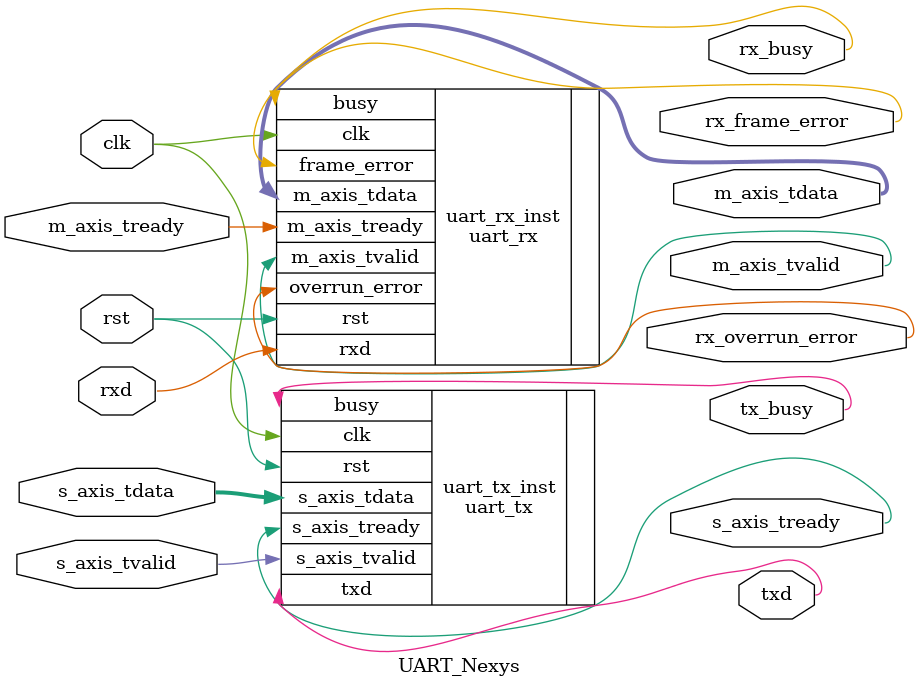
<source format=v>
`timescale 1ns / 1ps


module UART_Nexys #(parameter DATA_WIDTH = 8, parameter prescale=1303)(
    input  wire clk,
    input  wire rst,
    /*
     * AXI input
     */
    input  wire [DATA_WIDTH-1:0] s_axis_tdata,
    input  wire s_axis_tvalid,
    output wire s_axis_tready,
    /*
     * AXI output
     */
    output wire [DATA_WIDTH-1:0] m_axis_tdata,
    output wire m_axis_tvalid,
    input  wire m_axis_tready,
    /*
     * UART interface
     */
    input  wire rxd,
    output wire txd,
    /*
     * Status
     */
    output wire tx_busy,
    output wire rx_busy,
    output wire rx_overrun_error,
    output wire rx_frame_error
    /*
     * Configuration
     */
    //input  wire [15:0] prescale
    );
    
    uart_tx #(
    .DATA_WIDTH(DATA_WIDTH), .prescale(prescale)
)
uart_tx_inst (
    .clk(clk),
    .rst(rst),
    // axi input
    .s_axis_tdata(s_axis_tdata),
    .s_axis_tvalid(s_axis_tvalid),
    .s_axis_tready(s_axis_tready),
    // output
    .txd(txd),
    // status
    .busy(tx_busy)
    // configuration
    //.prescale(prescale)
);

uart_rx #(
    .DATA_WIDTH(DATA_WIDTH), .prescale(prescale)
)
uart_rx_inst (
    .clk(clk),
    .rst(rst),
    // axi output
    .m_axis_tdata(m_axis_tdata),
    .m_axis_tvalid(m_axis_tvalid),
    .m_axis_tready(m_axis_tready),
    // input
    .rxd(rxd),
    // status
    .busy(rx_busy),
    .overrun_error(rx_overrun_error),
    .frame_error(rx_frame_error)
    // configuration
    //.prescale(prescale)
);
    
endmodule
</source>
